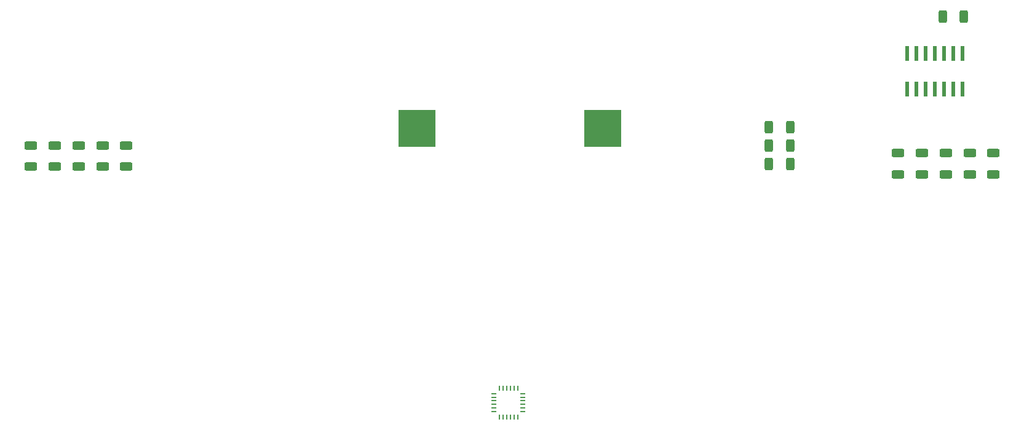
<source format=gbr>
%TF.GenerationSoftware,KiCad,Pcbnew,7.99.0-1211-g2ac3f4cc9e*%
%TF.CreationDate,2023-06-01T18:32:39-04:00*%
%TF.ProjectId,adidas,61646964-6173-42e6-9b69-6361645f7063,v0.3*%
%TF.SameCoordinates,Original*%
%TF.FileFunction,Paste,Bot*%
%TF.FilePolarity,Positive*%
%FSLAX46Y46*%
G04 Gerber Fmt 4.6, Leading zero omitted, Abs format (unit mm)*
G04 Created by KiCad (PCBNEW 7.99.0-1211-g2ac3f4cc9e) date 2023-06-01 18:32:39*
%MOMM*%
%LPD*%
G01*
G04 APERTURE LIST*
G04 Aperture macros list*
%AMRoundRect*
0 Rectangle with rounded corners*
0 $1 Rounding radius*
0 $2 $3 $4 $5 $6 $7 $8 $9 X,Y pos of 4 corners*
0 Add a 4 corners polygon primitive as box body*
4,1,4,$2,$3,$4,$5,$6,$7,$8,$9,$2,$3,0*
0 Add four circle primitives for the rounded corners*
1,1,$1+$1,$2,$3*
1,1,$1+$1,$4,$5*
1,1,$1+$1,$6,$7*
1,1,$1+$1,$8,$9*
0 Add four rect primitives between the rounded corners*
20,1,$1+$1,$2,$3,$4,$5,0*
20,1,$1+$1,$4,$5,$6,$7,0*
20,1,$1+$1,$6,$7,$8,$9,0*
20,1,$1+$1,$8,$9,$2,$3,0*%
G04 Aperture macros list end*
%ADD10RoundRect,0.250000X-0.625000X0.312500X-0.625000X-0.312500X0.625000X-0.312500X0.625000X0.312500X0*%
%ADD11RoundRect,0.250000X-0.312500X-0.625000X0.312500X-0.625000X0.312500X0.625000X-0.312500X0.625000X0*%
%ADD12RoundRect,0.250000X0.312500X0.625000X-0.312500X0.625000X-0.312500X-0.625000X0.312500X-0.625000X0*%
%ADD13RoundRect,0.041300X-0.253700X0.943700X-0.253700X-0.943700X0.253700X-0.943700X0.253700X0.943700X0*%
%ADD14R,5.100000X5.100000*%
%ADD15R,0.790000X0.260000*%
%ADD16R,0.260000X0.790000*%
G04 APERTURE END LIST*
D10*
%TO.C,R5*%
X102350000Y-93980000D03*
X102350000Y-96905000D03*
%TD*%
%TO.C,R4*%
X99060000Y-93980000D03*
X99060000Y-96905000D03*
%TD*%
%TO.C,R9*%
X218440000Y-95057500D03*
X218440000Y-97982500D03*
%TD*%
%TO.C,R12*%
X228310000Y-95057500D03*
X228310000Y-97982500D03*
%TD*%
%TO.C,R13*%
X231600000Y-95057500D03*
X231600000Y-97982500D03*
%TD*%
D11*
%TO.C,R3*%
X200660000Y-91440000D03*
X203585000Y-91440000D03*
%TD*%
D10*
%TO.C,R10*%
X221730000Y-95057500D03*
X221730000Y-97982500D03*
%TD*%
%TO.C,R8*%
X112220000Y-93980000D03*
X112220000Y-96905000D03*
%TD*%
%TO.C,R6*%
X105640000Y-93980000D03*
X105640000Y-96905000D03*
%TD*%
D12*
%TO.C,R14*%
X227522500Y-76200000D03*
X224597500Y-76200000D03*
%TD*%
D10*
%TO.C,R11*%
X225020000Y-95057500D03*
X225020000Y-97982500D03*
%TD*%
D12*
%TO.C,R2*%
X203585000Y-93980000D03*
X200660000Y-93980000D03*
%TD*%
D10*
%TO.C,R7*%
X108930000Y-93980000D03*
X108930000Y-96905000D03*
%TD*%
D13*
%TO.C,U2*%
X219710000Y-81280000D03*
X220980000Y-81280000D03*
X222250000Y-81280000D03*
X223520000Y-81280000D03*
X224790000Y-81280000D03*
X226060000Y-81280000D03*
X227330000Y-81280000D03*
X227330000Y-86220000D03*
X226060000Y-86220000D03*
X224790000Y-86220000D03*
X223520000Y-86220000D03*
X222250000Y-86220000D03*
X220980000Y-86220000D03*
X219710000Y-86220000D03*
%TD*%
D14*
%TO.C,BT1*%
X152198400Y-91668600D03*
X177798400Y-91668600D03*
%TD*%
D12*
%TO.C,R1*%
X203585000Y-96520000D03*
X200660000Y-96520000D03*
%TD*%
D15*
%TO.C,U1*%
X166796000Y-128177200D03*
X166796000Y-128677200D03*
X166796000Y-129177200D03*
X166796000Y-129677200D03*
X166796000Y-130177200D03*
X166796000Y-130677200D03*
D16*
X166076000Y-131397200D03*
X165576000Y-131397200D03*
X165076000Y-131397200D03*
X164576000Y-131397200D03*
X164076000Y-131397200D03*
X163576000Y-131397200D03*
D15*
X162856000Y-130677200D03*
X162856000Y-130177200D03*
X162856000Y-129677200D03*
X162856000Y-129177200D03*
X162856000Y-128677200D03*
X162856000Y-128177200D03*
D16*
X163576000Y-127457200D03*
X164076000Y-127457200D03*
X164576000Y-127457200D03*
X165076000Y-127457200D03*
X165576000Y-127457200D03*
X166076000Y-127457200D03*
%TD*%
M02*

</source>
